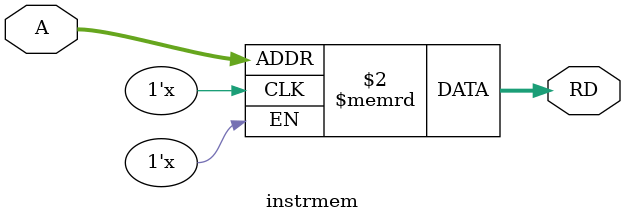
<source format=sv>
module instrmem #(
    parameter ADDRESS_WIDTH = 32,
    DATA_WIDTH = 32
) (
    input logic [ADDRESS_WIDTH-1:0] A,
    output logic [DATA_WIDTH-1:0] RD
);

logic [DATA_WIDTH-1:0] rom_array [2**ADDRESS_WIDTH-1:0];

always_comb //non-synchronous
    RD <= rom_array[A]; //the word address is increased by 4, but this should be implemented in the PCreg
    
endmodule

</source>
